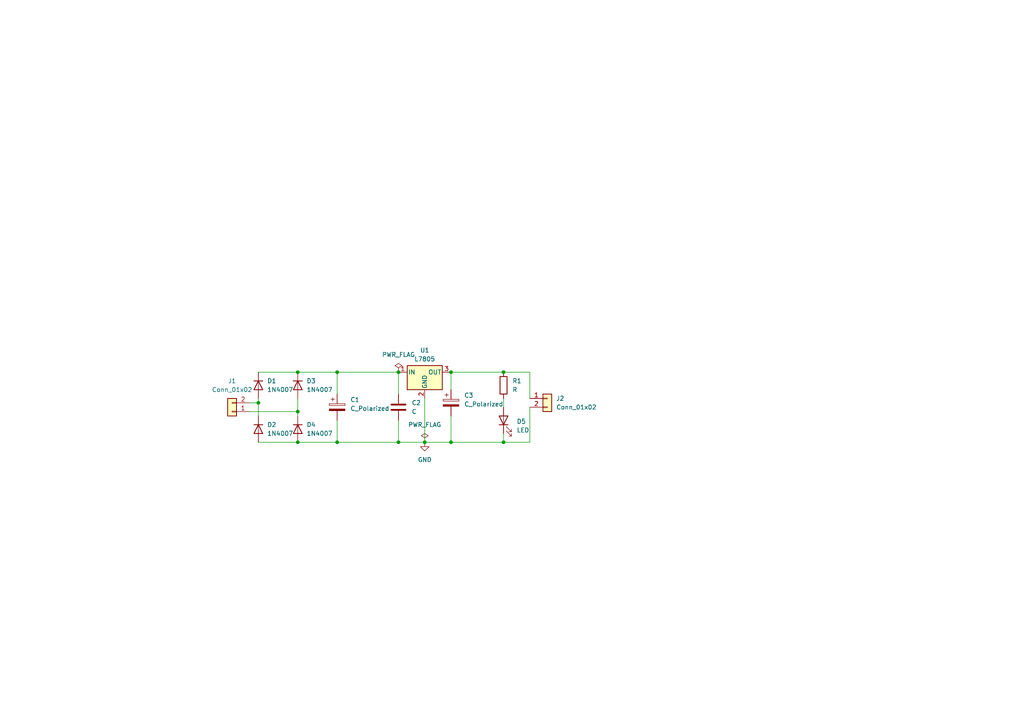
<source format=kicad_sch>
(kicad_sch
	(version 20250114)
	(generator "eeschema")
	(generator_version "9.0")
	(uuid "ebbca52a-6bd3-4d51-bf2d-7b9025073f5d")
	(paper "A4")
	(lib_symbols
		(symbol "Connector_Generic:Conn_01x02"
			(pin_names
				(offset 1.016)
				(hide yes)
			)
			(exclude_from_sim no)
			(in_bom yes)
			(on_board yes)
			(property "Reference" "J"
				(at 0 2.54 0)
				(effects
					(font
						(size 1.27 1.27)
					)
				)
			)
			(property "Value" "Conn_01x02"
				(at 0 -5.08 0)
				(effects
					(font
						(size 1.27 1.27)
					)
				)
			)
			(property "Footprint" ""
				(at 0 0 0)
				(effects
					(font
						(size 1.27 1.27)
					)
					(hide yes)
				)
			)
			(property "Datasheet" "~"
				(at 0 0 0)
				(effects
					(font
						(size 1.27 1.27)
					)
					(hide yes)
				)
			)
			(property "Description" "Generic connector, single row, 01x02, script generated (kicad-library-utils/schlib/autogen/connector/)"
				(at 0 0 0)
				(effects
					(font
						(size 1.27 1.27)
					)
					(hide yes)
				)
			)
			(property "ki_keywords" "connector"
				(at 0 0 0)
				(effects
					(font
						(size 1.27 1.27)
					)
					(hide yes)
				)
			)
			(property "ki_fp_filters" "Connector*:*_1x??_*"
				(at 0 0 0)
				(effects
					(font
						(size 1.27 1.27)
					)
					(hide yes)
				)
			)
			(symbol "Conn_01x02_1_1"
				(rectangle
					(start -1.27 1.27)
					(end 1.27 -3.81)
					(stroke
						(width 0.254)
						(type default)
					)
					(fill
						(type background)
					)
				)
				(rectangle
					(start -1.27 0.127)
					(end 0 -0.127)
					(stroke
						(width 0.1524)
						(type default)
					)
					(fill
						(type none)
					)
				)
				(rectangle
					(start -1.27 -2.413)
					(end 0 -2.667)
					(stroke
						(width 0.1524)
						(type default)
					)
					(fill
						(type none)
					)
				)
				(pin passive line
					(at -5.08 0 0)
					(length 3.81)
					(name "Pin_1"
						(effects
							(font
								(size 1.27 1.27)
							)
						)
					)
					(number "1"
						(effects
							(font
								(size 1.27 1.27)
							)
						)
					)
				)
				(pin passive line
					(at -5.08 -2.54 0)
					(length 3.81)
					(name "Pin_2"
						(effects
							(font
								(size 1.27 1.27)
							)
						)
					)
					(number "2"
						(effects
							(font
								(size 1.27 1.27)
							)
						)
					)
				)
			)
			(embedded_fonts no)
		)
		(symbol "Device:C"
			(pin_numbers
				(hide yes)
			)
			(pin_names
				(offset 0.254)
			)
			(exclude_from_sim no)
			(in_bom yes)
			(on_board yes)
			(property "Reference" "C"
				(at 0.635 2.54 0)
				(effects
					(font
						(size 1.27 1.27)
					)
					(justify left)
				)
			)
			(property "Value" "C"
				(at 0.635 -2.54 0)
				(effects
					(font
						(size 1.27 1.27)
					)
					(justify left)
				)
			)
			(property "Footprint" ""
				(at 0.9652 -3.81 0)
				(effects
					(font
						(size 1.27 1.27)
					)
					(hide yes)
				)
			)
			(property "Datasheet" "~"
				(at 0 0 0)
				(effects
					(font
						(size 1.27 1.27)
					)
					(hide yes)
				)
			)
			(property "Description" "Unpolarized capacitor"
				(at 0 0 0)
				(effects
					(font
						(size 1.27 1.27)
					)
					(hide yes)
				)
			)
			(property "ki_keywords" "cap capacitor"
				(at 0 0 0)
				(effects
					(font
						(size 1.27 1.27)
					)
					(hide yes)
				)
			)
			(property "ki_fp_filters" "C_*"
				(at 0 0 0)
				(effects
					(font
						(size 1.27 1.27)
					)
					(hide yes)
				)
			)
			(symbol "C_0_1"
				(polyline
					(pts
						(xy -2.032 0.762) (xy 2.032 0.762)
					)
					(stroke
						(width 0.508)
						(type default)
					)
					(fill
						(type none)
					)
				)
				(polyline
					(pts
						(xy -2.032 -0.762) (xy 2.032 -0.762)
					)
					(stroke
						(width 0.508)
						(type default)
					)
					(fill
						(type none)
					)
				)
			)
			(symbol "C_1_1"
				(pin passive line
					(at 0 3.81 270)
					(length 2.794)
					(name "~"
						(effects
							(font
								(size 1.27 1.27)
							)
						)
					)
					(number "1"
						(effects
							(font
								(size 1.27 1.27)
							)
						)
					)
				)
				(pin passive line
					(at 0 -3.81 90)
					(length 2.794)
					(name "~"
						(effects
							(font
								(size 1.27 1.27)
							)
						)
					)
					(number "2"
						(effects
							(font
								(size 1.27 1.27)
							)
						)
					)
				)
			)
			(embedded_fonts no)
		)
		(symbol "Device:C_Polarized"
			(pin_numbers
				(hide yes)
			)
			(pin_names
				(offset 0.254)
			)
			(exclude_from_sim no)
			(in_bom yes)
			(on_board yes)
			(property "Reference" "C"
				(at 0.635 2.54 0)
				(effects
					(font
						(size 1.27 1.27)
					)
					(justify left)
				)
			)
			(property "Value" "C_Polarized"
				(at 0.635 -2.54 0)
				(effects
					(font
						(size 1.27 1.27)
					)
					(justify left)
				)
			)
			(property "Footprint" ""
				(at 0.9652 -3.81 0)
				(effects
					(font
						(size 1.27 1.27)
					)
					(hide yes)
				)
			)
			(property "Datasheet" "~"
				(at 0 0 0)
				(effects
					(font
						(size 1.27 1.27)
					)
					(hide yes)
				)
			)
			(property "Description" "Polarized capacitor"
				(at 0 0 0)
				(effects
					(font
						(size 1.27 1.27)
					)
					(hide yes)
				)
			)
			(property "ki_keywords" "cap capacitor"
				(at 0 0 0)
				(effects
					(font
						(size 1.27 1.27)
					)
					(hide yes)
				)
			)
			(property "ki_fp_filters" "CP_*"
				(at 0 0 0)
				(effects
					(font
						(size 1.27 1.27)
					)
					(hide yes)
				)
			)
			(symbol "C_Polarized_0_1"
				(rectangle
					(start -2.286 0.508)
					(end 2.286 1.016)
					(stroke
						(width 0)
						(type default)
					)
					(fill
						(type none)
					)
				)
				(polyline
					(pts
						(xy -1.778 2.286) (xy -0.762 2.286)
					)
					(stroke
						(width 0)
						(type default)
					)
					(fill
						(type none)
					)
				)
				(polyline
					(pts
						(xy -1.27 2.794) (xy -1.27 1.778)
					)
					(stroke
						(width 0)
						(type default)
					)
					(fill
						(type none)
					)
				)
				(rectangle
					(start 2.286 -0.508)
					(end -2.286 -1.016)
					(stroke
						(width 0)
						(type default)
					)
					(fill
						(type outline)
					)
				)
			)
			(symbol "C_Polarized_1_1"
				(pin passive line
					(at 0 3.81 270)
					(length 2.794)
					(name "~"
						(effects
							(font
								(size 1.27 1.27)
							)
						)
					)
					(number "1"
						(effects
							(font
								(size 1.27 1.27)
							)
						)
					)
				)
				(pin passive line
					(at 0 -3.81 90)
					(length 2.794)
					(name "~"
						(effects
							(font
								(size 1.27 1.27)
							)
						)
					)
					(number "2"
						(effects
							(font
								(size 1.27 1.27)
							)
						)
					)
				)
			)
			(embedded_fonts no)
		)
		(symbol "Device:LED"
			(pin_numbers
				(hide yes)
			)
			(pin_names
				(offset 1.016)
				(hide yes)
			)
			(exclude_from_sim no)
			(in_bom yes)
			(on_board yes)
			(property "Reference" "D"
				(at 0 2.54 0)
				(effects
					(font
						(size 1.27 1.27)
					)
				)
			)
			(property "Value" "LED"
				(at 0 -2.54 0)
				(effects
					(font
						(size 1.27 1.27)
					)
				)
			)
			(property "Footprint" ""
				(at 0 0 0)
				(effects
					(font
						(size 1.27 1.27)
					)
					(hide yes)
				)
			)
			(property "Datasheet" "~"
				(at 0 0 0)
				(effects
					(font
						(size 1.27 1.27)
					)
					(hide yes)
				)
			)
			(property "Description" "Light emitting diode"
				(at 0 0 0)
				(effects
					(font
						(size 1.27 1.27)
					)
					(hide yes)
				)
			)
			(property "Sim.Pins" "1=K 2=A"
				(at 0 0 0)
				(effects
					(font
						(size 1.27 1.27)
					)
					(hide yes)
				)
			)
			(property "ki_keywords" "LED diode"
				(at 0 0 0)
				(effects
					(font
						(size 1.27 1.27)
					)
					(hide yes)
				)
			)
			(property "ki_fp_filters" "LED* LED_SMD:* LED_THT:*"
				(at 0 0 0)
				(effects
					(font
						(size 1.27 1.27)
					)
					(hide yes)
				)
			)
			(symbol "LED_0_1"
				(polyline
					(pts
						(xy -3.048 -0.762) (xy -4.572 -2.286) (xy -3.81 -2.286) (xy -4.572 -2.286) (xy -4.572 -1.524)
					)
					(stroke
						(width 0)
						(type default)
					)
					(fill
						(type none)
					)
				)
				(polyline
					(pts
						(xy -1.778 -0.762) (xy -3.302 -2.286) (xy -2.54 -2.286) (xy -3.302 -2.286) (xy -3.302 -1.524)
					)
					(stroke
						(width 0)
						(type default)
					)
					(fill
						(type none)
					)
				)
				(polyline
					(pts
						(xy -1.27 0) (xy 1.27 0)
					)
					(stroke
						(width 0)
						(type default)
					)
					(fill
						(type none)
					)
				)
				(polyline
					(pts
						(xy -1.27 -1.27) (xy -1.27 1.27)
					)
					(stroke
						(width 0.254)
						(type default)
					)
					(fill
						(type none)
					)
				)
				(polyline
					(pts
						(xy 1.27 -1.27) (xy 1.27 1.27) (xy -1.27 0) (xy 1.27 -1.27)
					)
					(stroke
						(width 0.254)
						(type default)
					)
					(fill
						(type none)
					)
				)
			)
			(symbol "LED_1_1"
				(pin passive line
					(at -3.81 0 0)
					(length 2.54)
					(name "K"
						(effects
							(font
								(size 1.27 1.27)
							)
						)
					)
					(number "1"
						(effects
							(font
								(size 1.27 1.27)
							)
						)
					)
				)
				(pin passive line
					(at 3.81 0 180)
					(length 2.54)
					(name "A"
						(effects
							(font
								(size 1.27 1.27)
							)
						)
					)
					(number "2"
						(effects
							(font
								(size 1.27 1.27)
							)
						)
					)
				)
			)
			(embedded_fonts no)
		)
		(symbol "Device:R"
			(pin_numbers
				(hide yes)
			)
			(pin_names
				(offset 0)
			)
			(exclude_from_sim no)
			(in_bom yes)
			(on_board yes)
			(property "Reference" "R"
				(at 2.032 0 90)
				(effects
					(font
						(size 1.27 1.27)
					)
				)
			)
			(property "Value" "R"
				(at 0 0 90)
				(effects
					(font
						(size 1.27 1.27)
					)
				)
			)
			(property "Footprint" ""
				(at -1.778 0 90)
				(effects
					(font
						(size 1.27 1.27)
					)
					(hide yes)
				)
			)
			(property "Datasheet" "~"
				(at 0 0 0)
				(effects
					(font
						(size 1.27 1.27)
					)
					(hide yes)
				)
			)
			(property "Description" "Resistor"
				(at 0 0 0)
				(effects
					(font
						(size 1.27 1.27)
					)
					(hide yes)
				)
			)
			(property "ki_keywords" "R res resistor"
				(at 0 0 0)
				(effects
					(font
						(size 1.27 1.27)
					)
					(hide yes)
				)
			)
			(property "ki_fp_filters" "R_*"
				(at 0 0 0)
				(effects
					(font
						(size 1.27 1.27)
					)
					(hide yes)
				)
			)
			(symbol "R_0_1"
				(rectangle
					(start -1.016 -2.54)
					(end 1.016 2.54)
					(stroke
						(width 0.254)
						(type default)
					)
					(fill
						(type none)
					)
				)
			)
			(symbol "R_1_1"
				(pin passive line
					(at 0 3.81 270)
					(length 1.27)
					(name "~"
						(effects
							(font
								(size 1.27 1.27)
							)
						)
					)
					(number "1"
						(effects
							(font
								(size 1.27 1.27)
							)
						)
					)
				)
				(pin passive line
					(at 0 -3.81 90)
					(length 1.27)
					(name "~"
						(effects
							(font
								(size 1.27 1.27)
							)
						)
					)
					(number "2"
						(effects
							(font
								(size 1.27 1.27)
							)
						)
					)
				)
			)
			(embedded_fonts no)
		)
		(symbol "Diode:1N4007"
			(pin_numbers
				(hide yes)
			)
			(pin_names
				(hide yes)
			)
			(exclude_from_sim no)
			(in_bom yes)
			(on_board yes)
			(property "Reference" "D"
				(at 0 2.54 0)
				(effects
					(font
						(size 1.27 1.27)
					)
				)
			)
			(property "Value" "1N4007"
				(at 0 -2.54 0)
				(effects
					(font
						(size 1.27 1.27)
					)
				)
			)
			(property "Footprint" "Diode_THT:D_DO-41_SOD81_P10.16mm_Horizontal"
				(at 0 -4.445 0)
				(effects
					(font
						(size 1.27 1.27)
					)
					(hide yes)
				)
			)
			(property "Datasheet" "http://www.vishay.com/docs/88503/1n4001.pdf"
				(at 0 0 0)
				(effects
					(font
						(size 1.27 1.27)
					)
					(hide yes)
				)
			)
			(property "Description" "1000V 1A General Purpose Rectifier Diode, DO-41"
				(at 0 0 0)
				(effects
					(font
						(size 1.27 1.27)
					)
					(hide yes)
				)
			)
			(property "Sim.Device" "D"
				(at 0 0 0)
				(effects
					(font
						(size 1.27 1.27)
					)
					(hide yes)
				)
			)
			(property "Sim.Pins" "1=K 2=A"
				(at 0 0 0)
				(effects
					(font
						(size 1.27 1.27)
					)
					(hide yes)
				)
			)
			(property "ki_keywords" "diode"
				(at 0 0 0)
				(effects
					(font
						(size 1.27 1.27)
					)
					(hide yes)
				)
			)
			(property "ki_fp_filters" "D*DO?41*"
				(at 0 0 0)
				(effects
					(font
						(size 1.27 1.27)
					)
					(hide yes)
				)
			)
			(symbol "1N4007_0_1"
				(polyline
					(pts
						(xy -1.27 1.27) (xy -1.27 -1.27)
					)
					(stroke
						(width 0.254)
						(type default)
					)
					(fill
						(type none)
					)
				)
				(polyline
					(pts
						(xy 1.27 1.27) (xy 1.27 -1.27) (xy -1.27 0) (xy 1.27 1.27)
					)
					(stroke
						(width 0.254)
						(type default)
					)
					(fill
						(type none)
					)
				)
				(polyline
					(pts
						(xy 1.27 0) (xy -1.27 0)
					)
					(stroke
						(width 0)
						(type default)
					)
					(fill
						(type none)
					)
				)
			)
			(symbol "1N4007_1_1"
				(pin passive line
					(at -3.81 0 0)
					(length 2.54)
					(name "K"
						(effects
							(font
								(size 1.27 1.27)
							)
						)
					)
					(number "1"
						(effects
							(font
								(size 1.27 1.27)
							)
						)
					)
				)
				(pin passive line
					(at 3.81 0 180)
					(length 2.54)
					(name "A"
						(effects
							(font
								(size 1.27 1.27)
							)
						)
					)
					(number "2"
						(effects
							(font
								(size 1.27 1.27)
							)
						)
					)
				)
			)
			(embedded_fonts no)
		)
		(symbol "Regulator_Linear:L7805"
			(pin_names
				(offset 0.254)
			)
			(exclude_from_sim no)
			(in_bom yes)
			(on_board yes)
			(property "Reference" "U"
				(at -3.81 3.175 0)
				(effects
					(font
						(size 1.27 1.27)
					)
				)
			)
			(property "Value" "L7805"
				(at 0 3.175 0)
				(effects
					(font
						(size 1.27 1.27)
					)
					(justify left)
				)
			)
			(property "Footprint" ""
				(at 0.635 -3.81 0)
				(effects
					(font
						(size 1.27 1.27)
						(italic yes)
					)
					(justify left)
					(hide yes)
				)
			)
			(property "Datasheet" "http://www.st.com/content/ccc/resource/technical/document/datasheet/41/4f/b3/b0/12/d4/47/88/CD00000444.pdf/files/CD00000444.pdf/jcr:content/translations/en.CD00000444.pdf"
				(at 0 -1.27 0)
				(effects
					(font
						(size 1.27 1.27)
					)
					(hide yes)
				)
			)
			(property "Description" "Positive 1.5A 35V Linear Regulator, Fixed Output 5V, TO-220/TO-263/TO-252"
				(at 0 0 0)
				(effects
					(font
						(size 1.27 1.27)
					)
					(hide yes)
				)
			)
			(property "ki_keywords" "Voltage Regulator 1.5A Positive"
				(at 0 0 0)
				(effects
					(font
						(size 1.27 1.27)
					)
					(hide yes)
				)
			)
			(property "ki_fp_filters" "TO?252* TO?263* TO?220*"
				(at 0 0 0)
				(effects
					(font
						(size 1.27 1.27)
					)
					(hide yes)
				)
			)
			(symbol "L7805_0_1"
				(rectangle
					(start -5.08 1.905)
					(end 5.08 -5.08)
					(stroke
						(width 0.254)
						(type default)
					)
					(fill
						(type background)
					)
				)
			)
			(symbol "L7805_1_1"
				(pin power_in line
					(at -7.62 0 0)
					(length 2.54)
					(name "IN"
						(effects
							(font
								(size 1.27 1.27)
							)
						)
					)
					(number "1"
						(effects
							(font
								(size 1.27 1.27)
							)
						)
					)
				)
				(pin power_in line
					(at 0 -7.62 90)
					(length 2.54)
					(name "GND"
						(effects
							(font
								(size 1.27 1.27)
							)
						)
					)
					(number "2"
						(effects
							(font
								(size 1.27 1.27)
							)
						)
					)
				)
				(pin power_out line
					(at 7.62 0 180)
					(length 2.54)
					(name "OUT"
						(effects
							(font
								(size 1.27 1.27)
							)
						)
					)
					(number "3"
						(effects
							(font
								(size 1.27 1.27)
							)
						)
					)
				)
			)
			(embedded_fonts no)
		)
		(symbol "power:GND"
			(power)
			(pin_numbers
				(hide yes)
			)
			(pin_names
				(offset 0)
				(hide yes)
			)
			(exclude_from_sim no)
			(in_bom yes)
			(on_board yes)
			(property "Reference" "#PWR"
				(at 0 -6.35 0)
				(effects
					(font
						(size 1.27 1.27)
					)
					(hide yes)
				)
			)
			(property "Value" "GND"
				(at 0 -3.81 0)
				(effects
					(font
						(size 1.27 1.27)
					)
				)
			)
			(property "Footprint" ""
				(at 0 0 0)
				(effects
					(font
						(size 1.27 1.27)
					)
					(hide yes)
				)
			)
			(property "Datasheet" ""
				(at 0 0 0)
				(effects
					(font
						(size 1.27 1.27)
					)
					(hide yes)
				)
			)
			(property "Description" "Power symbol creates a global label with name \"GND\" , ground"
				(at 0 0 0)
				(effects
					(font
						(size 1.27 1.27)
					)
					(hide yes)
				)
			)
			(property "ki_keywords" "global power"
				(at 0 0 0)
				(effects
					(font
						(size 1.27 1.27)
					)
					(hide yes)
				)
			)
			(symbol "GND_0_1"
				(polyline
					(pts
						(xy 0 0) (xy 0 -1.27) (xy 1.27 -1.27) (xy 0 -2.54) (xy -1.27 -1.27) (xy 0 -1.27)
					)
					(stroke
						(width 0)
						(type default)
					)
					(fill
						(type none)
					)
				)
			)
			(symbol "GND_1_1"
				(pin power_in line
					(at 0 0 270)
					(length 0)
					(name "~"
						(effects
							(font
								(size 1.27 1.27)
							)
						)
					)
					(number "1"
						(effects
							(font
								(size 1.27 1.27)
							)
						)
					)
				)
			)
			(embedded_fonts no)
		)
		(symbol "power:PWR_FLAG"
			(power)
			(pin_numbers
				(hide yes)
			)
			(pin_names
				(offset 0)
				(hide yes)
			)
			(exclude_from_sim no)
			(in_bom yes)
			(on_board yes)
			(property "Reference" "#FLG"
				(at 0 1.905 0)
				(effects
					(font
						(size 1.27 1.27)
					)
					(hide yes)
				)
			)
			(property "Value" "PWR_FLAG"
				(at 0 3.81 0)
				(effects
					(font
						(size 1.27 1.27)
					)
				)
			)
			(property "Footprint" ""
				(at 0 0 0)
				(effects
					(font
						(size 1.27 1.27)
					)
					(hide yes)
				)
			)
			(property "Datasheet" "~"
				(at 0 0 0)
				(effects
					(font
						(size 1.27 1.27)
					)
					(hide yes)
				)
			)
			(property "Description" "Special symbol for telling ERC where power comes from"
				(at 0 0 0)
				(effects
					(font
						(size 1.27 1.27)
					)
					(hide yes)
				)
			)
			(property "ki_keywords" "flag power"
				(at 0 0 0)
				(effects
					(font
						(size 1.27 1.27)
					)
					(hide yes)
				)
			)
			(symbol "PWR_FLAG_0_0"
				(pin power_out line
					(at 0 0 90)
					(length 0)
					(name "~"
						(effects
							(font
								(size 1.27 1.27)
							)
						)
					)
					(number "1"
						(effects
							(font
								(size 1.27 1.27)
							)
						)
					)
				)
			)
			(symbol "PWR_FLAG_0_1"
				(polyline
					(pts
						(xy 0 0) (xy 0 1.27) (xy -1.016 1.905) (xy 0 2.54) (xy 1.016 1.905) (xy 0 1.27)
					)
					(stroke
						(width 0)
						(type default)
					)
					(fill
						(type none)
					)
				)
			)
			(embedded_fonts no)
		)
	)
	(junction
		(at 97.79 107.95)
		(diameter 0)
		(color 0 0 0 0)
		(uuid "1ae9ab43-0472-4756-a057-d95e504e454c")
	)
	(junction
		(at 86.36 107.95)
		(diameter 0)
		(color 0 0 0 0)
		(uuid "29fe5ae0-270f-4210-9bbc-2fd6158beb2a")
	)
	(junction
		(at 86.36 119.38)
		(diameter 0)
		(color 0 0 0 0)
		(uuid "47b07242-c30c-4780-88b7-17196c02db2b")
	)
	(junction
		(at 97.79 128.27)
		(diameter 0)
		(color 0 0 0 0)
		(uuid "4abafc10-ad46-4938-bb3c-ef035d19be9b")
	)
	(junction
		(at 130.81 128.27)
		(diameter 0)
		(color 0 0 0 0)
		(uuid "4da8a754-4872-4904-8cb8-175049728a2b")
	)
	(junction
		(at 146.05 107.95)
		(diameter 0)
		(color 0 0 0 0)
		(uuid "50c21ba7-acd8-4e36-bbaa-56ec8a329f4a")
	)
	(junction
		(at 74.93 116.84)
		(diameter 0)
		(color 0 0 0 0)
		(uuid "53b79adf-352a-43c0-a8c2-d976b1a29eef")
	)
	(junction
		(at 130.81 107.95)
		(diameter 0)
		(color 0 0 0 0)
		(uuid "5480595f-e37d-4c8c-849a-51e858a02974")
	)
	(junction
		(at 115.57 128.27)
		(diameter 0)
		(color 0 0 0 0)
		(uuid "6ecf3dd3-893a-4c12-9c08-838134f5459d")
	)
	(junction
		(at 115.57 107.95)
		(diameter 0)
		(color 0 0 0 0)
		(uuid "753d5e6e-518c-4b21-a211-f5b09a8a02c7")
	)
	(junction
		(at 146.05 128.27)
		(diameter 0)
		(color 0 0 0 0)
		(uuid "79f93d72-eded-41a1-a058-23b7bdb23cb0")
	)
	(junction
		(at 86.36 128.27)
		(diameter 0)
		(color 0 0 0 0)
		(uuid "e8aaa01f-85aa-40e0-b957-3713a92cb8fe")
	)
	(junction
		(at 123.19 128.27)
		(diameter 0)
		(color 0 0 0 0)
		(uuid "edb4fe57-17a7-42d4-937a-7de2fd5491b4")
	)
	(wire
		(pts
			(xy 115.57 107.95) (xy 115.57 114.3)
		)
		(stroke
			(width 0)
			(type default)
		)
		(uuid "0affae50-c0e6-4132-a679-a1a5f255fd4e")
	)
	(wire
		(pts
			(xy 146.05 107.95) (xy 153.67 107.95)
		)
		(stroke
			(width 0)
			(type default)
		)
		(uuid "0e921721-fd51-4f44-bdd6-5ab9f1348a1e")
	)
	(wire
		(pts
			(xy 115.57 121.92) (xy 115.57 128.27)
		)
		(stroke
			(width 0)
			(type default)
		)
		(uuid "142ad9fb-48d1-4a25-b305-32e344998b2a")
	)
	(wire
		(pts
			(xy 153.67 115.57) (xy 153.67 107.95)
		)
		(stroke
			(width 0)
			(type default)
		)
		(uuid "14e03bfe-087c-4493-824b-e5bf6f1fc2d1")
	)
	(wire
		(pts
			(xy 86.36 107.95) (xy 97.79 107.95)
		)
		(stroke
			(width 0)
			(type default)
		)
		(uuid "23f581c2-9734-4c2a-9441-be7d845a5d1d")
	)
	(wire
		(pts
			(xy 123.19 128.27) (xy 130.81 128.27)
		)
		(stroke
			(width 0)
			(type default)
		)
		(uuid "293fcdcf-633a-446f-a731-b7eea77adfe6")
	)
	(wire
		(pts
			(xy 146.05 115.57) (xy 146.05 118.11)
		)
		(stroke
			(width 0)
			(type default)
		)
		(uuid "2a913792-5346-408d-b0b0-a57ad5c0a887")
	)
	(wire
		(pts
			(xy 115.57 128.27) (xy 123.19 128.27)
		)
		(stroke
			(width 0)
			(type default)
		)
		(uuid "312e5506-da7d-46f0-b291-021b1a084d3f")
	)
	(wire
		(pts
			(xy 74.93 107.95) (xy 86.36 107.95)
		)
		(stroke
			(width 0)
			(type default)
		)
		(uuid "3f4ed62a-b305-4c8a-a641-fa13286c799f")
	)
	(wire
		(pts
			(xy 86.36 128.27) (xy 97.79 128.27)
		)
		(stroke
			(width 0)
			(type default)
		)
		(uuid "4c6438db-9d78-4fb5-b0f7-107a680ba993")
	)
	(wire
		(pts
			(xy 74.93 115.57) (xy 74.93 116.84)
		)
		(stroke
			(width 0)
			(type default)
		)
		(uuid "569b38e2-f900-4a92-ac18-894b34352877")
	)
	(wire
		(pts
			(xy 153.67 128.27) (xy 146.05 128.27)
		)
		(stroke
			(width 0)
			(type default)
		)
		(uuid "5c426570-e2c5-4a65-b2bf-cb168cb9aed6")
	)
	(wire
		(pts
			(xy 74.93 116.84) (xy 74.93 120.65)
		)
		(stroke
			(width 0)
			(type default)
		)
		(uuid "5d3e1b45-c81b-4a86-853c-4349f2254630")
	)
	(wire
		(pts
			(xy 97.79 107.95) (xy 97.79 114.3)
		)
		(stroke
			(width 0)
			(type default)
		)
		(uuid "729cfd15-51ee-4ea0-ab61-c70f8991c71c")
	)
	(wire
		(pts
			(xy 72.39 116.84) (xy 74.93 116.84)
		)
		(stroke
			(width 0)
			(type default)
		)
		(uuid "9319db4a-2a56-481f-8c8f-863760ef5c6c")
	)
	(wire
		(pts
			(xy 97.79 107.95) (xy 115.57 107.95)
		)
		(stroke
			(width 0)
			(type default)
		)
		(uuid "93bf3a37-4fd1-426e-abb9-0d19fec2c82b")
	)
	(wire
		(pts
			(xy 130.81 120.65) (xy 130.81 128.27)
		)
		(stroke
			(width 0)
			(type default)
		)
		(uuid "a00e7c43-e1c2-4a6b-ac38-088a844f2852")
	)
	(wire
		(pts
			(xy 97.79 121.92) (xy 97.79 128.27)
		)
		(stroke
			(width 0)
			(type default)
		)
		(uuid "befe26a7-ef16-4561-8926-9128152b2e63")
	)
	(wire
		(pts
			(xy 130.81 128.27) (xy 146.05 128.27)
		)
		(stroke
			(width 0)
			(type default)
		)
		(uuid "ca11c8e7-413e-448b-b01b-7056dc36c6f5")
	)
	(wire
		(pts
			(xy 130.81 107.95) (xy 130.81 113.03)
		)
		(stroke
			(width 0)
			(type default)
		)
		(uuid "e38a7718-da20-450d-9c09-2f75229f50e0")
	)
	(wire
		(pts
			(xy 130.81 107.95) (xy 146.05 107.95)
		)
		(stroke
			(width 0)
			(type default)
		)
		(uuid "e67374e9-d219-4801-9070-e3f77763c399")
	)
	(wire
		(pts
			(xy 123.19 115.57) (xy 123.19 128.27)
		)
		(stroke
			(width 0)
			(type default)
		)
		(uuid "e74ca95f-7c9a-456d-9f3a-c12d21522cab")
	)
	(wire
		(pts
			(xy 72.39 119.38) (xy 86.36 119.38)
		)
		(stroke
			(width 0)
			(type default)
		)
		(uuid "eb4453f8-b8f9-4082-bcf2-91eb92b45d2f")
	)
	(wire
		(pts
			(xy 153.67 118.11) (xy 153.67 128.27)
		)
		(stroke
			(width 0)
			(type default)
		)
		(uuid "eb9fe15e-4e27-4420-b030-67947bcf7abc")
	)
	(wire
		(pts
			(xy 97.79 128.27) (xy 115.57 128.27)
		)
		(stroke
			(width 0)
			(type default)
		)
		(uuid "f50c6fcc-7ae2-4c83-9299-41121e3299fc")
	)
	(wire
		(pts
			(xy 74.93 128.27) (xy 86.36 128.27)
		)
		(stroke
			(width 0)
			(type default)
		)
		(uuid "f65199d6-7f60-43f9-97bf-c75a16ae1d6d")
	)
	(wire
		(pts
			(xy 86.36 115.57) (xy 86.36 119.38)
		)
		(stroke
			(width 0)
			(type default)
		)
		(uuid "f88f4503-a64d-4d50-94d0-ac2f53b9ae81")
	)
	(wire
		(pts
			(xy 146.05 125.73) (xy 146.05 128.27)
		)
		(stroke
			(width 0)
			(type default)
		)
		(uuid "fdb36632-9163-42a2-9bec-61dfab3feee6")
	)
	(wire
		(pts
			(xy 86.36 119.38) (xy 86.36 120.65)
		)
		(stroke
			(width 0)
			(type default)
		)
		(uuid "fdf72d57-643c-4ff8-9a0f-c84b3fe3fba2")
	)
	(symbol
		(lib_id "Regulator_Linear:L7805")
		(at 123.19 107.95 0)
		(unit 1)
		(exclude_from_sim no)
		(in_bom yes)
		(on_board yes)
		(dnp no)
		(fields_autoplaced yes)
		(uuid "01d0f484-c935-4d76-b162-df5b5761cf98")
		(property "Reference" "U1"
			(at 123.19 101.6 0)
			(effects
				(font
					(size 1.27 1.27)
				)
			)
		)
		(property "Value" "L7805"
			(at 123.19 104.14 0)
			(effects
				(font
					(size 1.27 1.27)
				)
			)
		)
		(property "Footprint" "Package_TO_SOT_THT:TO-220-3_Vertical"
			(at 123.825 111.76 0)
			(effects
				(font
					(size 1.27 1.27)
					(italic yes)
				)
				(justify left)
				(hide yes)
			)
		)
		(property "Datasheet" "http://www.st.com/content/ccc/resource/technical/document/datasheet/41/4f/b3/b0/12/d4/47/88/CD00000444.pdf/files/CD00000444.pdf/jcr:content/translations/en.CD00000444.pdf"
			(at 123.19 109.22 0)
			(effects
				(font
					(size 1.27 1.27)
				)
				(hide yes)
			)
		)
		(property "Description" "Positive 1.5A 35V Linear Regulator, Fixed Output 5V, TO-220/TO-263/TO-252"
			(at 123.19 107.95 0)
			(effects
				(font
					(size 1.27 1.27)
				)
				(hide yes)
			)
		)
		(pin "3"
			(uuid "026e5a83-eff8-4b89-95cc-2dc8db476486")
		)
		(pin "1"
			(uuid "2f6aced7-e8f0-4a76-b045-866a72dc0454")
		)
		(pin "2"
			(uuid "2bfd8af6-8acf-48f6-9f60-eac219c0aa52")
		)
		(instances
			(project ""
				(path "/ebbca52a-6bd3-4d51-bf2d-7b9025073f5d"
					(reference "U1")
					(unit 1)
				)
			)
		)
	)
	(symbol
		(lib_id "Diode:1N4007")
		(at 74.93 111.76 270)
		(unit 1)
		(exclude_from_sim no)
		(in_bom yes)
		(on_board yes)
		(dnp no)
		(fields_autoplaced yes)
		(uuid "081ed8a0-4916-419b-aa31-a9a7c169c597")
		(property "Reference" "D1"
			(at 77.47 110.4899 90)
			(effects
				(font
					(size 1.27 1.27)
				)
				(justify left)
			)
		)
		(property "Value" "1N4007"
			(at 77.47 113.0299 90)
			(effects
				(font
					(size 1.27 1.27)
				)
				(justify left)
			)
		)
		(property "Footprint" "Diode_THT:D_DO-41_SOD81_P10.16mm_Horizontal"
			(at 70.485 111.76 0)
			(effects
				(font
					(size 1.27 1.27)
				)
				(hide yes)
			)
		)
		(property "Datasheet" "http://www.vishay.com/docs/88503/1n4001.pdf"
			(at 74.93 111.76 0)
			(effects
				(font
					(size 1.27 1.27)
				)
				(hide yes)
			)
		)
		(property "Description" "1000V 1A General Purpose Rectifier Diode, DO-41"
			(at 74.93 111.76 0)
			(effects
				(font
					(size 1.27 1.27)
				)
				(hide yes)
			)
		)
		(property "Sim.Device" "D"
			(at 74.93 111.76 0)
			(effects
				(font
					(size 1.27 1.27)
				)
				(hide yes)
			)
		)
		(property "Sim.Pins" "1=K 2=A"
			(at 74.93 111.76 0)
			(effects
				(font
					(size 1.27 1.27)
				)
				(hide yes)
			)
		)
		(pin "2"
			(uuid "829a24da-68a8-4629-b13d-cf6cdd53b00e")
		)
		(pin "1"
			(uuid "0726acaf-ac38-4bed-8f16-d7cb5bbd4023")
		)
		(instances
			(project "24BEE1224"
				(path "/ebbca52a-6bd3-4d51-bf2d-7b9025073f5d"
					(reference "D1")
					(unit 1)
				)
			)
		)
	)
	(symbol
		(lib_id "Diode:1N4007")
		(at 74.93 124.46 270)
		(unit 1)
		(exclude_from_sim no)
		(in_bom yes)
		(on_board yes)
		(dnp no)
		(fields_autoplaced yes)
		(uuid "0ce786a4-9bb1-44bb-8f35-91e8cb068af1")
		(property "Reference" "D2"
			(at 77.47 123.1899 90)
			(effects
				(font
					(size 1.27 1.27)
				)
				(justify left)
			)
		)
		(property "Value" "1N4007"
			(at 77.47 125.7299 90)
			(effects
				(font
					(size 1.27 1.27)
				)
				(justify left)
			)
		)
		(property "Footprint" "Diode_THT:D_DO-41_SOD81_P10.16mm_Horizontal"
			(at 70.485 124.46 0)
			(effects
				(font
					(size 1.27 1.27)
				)
				(hide yes)
			)
		)
		(property "Datasheet" "http://www.vishay.com/docs/88503/1n4001.pdf"
			(at 74.93 124.46 0)
			(effects
				(font
					(size 1.27 1.27)
				)
				(hide yes)
			)
		)
		(property "Description" "1000V 1A General Purpose Rectifier Diode, DO-41"
			(at 74.93 124.46 0)
			(effects
				(font
					(size 1.27 1.27)
				)
				(hide yes)
			)
		)
		(property "Sim.Device" "D"
			(at 74.93 124.46 0)
			(effects
				(font
					(size 1.27 1.27)
				)
				(hide yes)
			)
		)
		(property "Sim.Pins" "1=K 2=A"
			(at 74.93 124.46 0)
			(effects
				(font
					(size 1.27 1.27)
				)
				(hide yes)
			)
		)
		(pin "2"
			(uuid "72451548-aa48-4cac-904d-5b874759a9ac")
		)
		(pin "1"
			(uuid "6baa4a53-56df-45ce-8d2a-604c1ba3a6cc")
		)
		(instances
			(project "24BEE1224"
				(path "/ebbca52a-6bd3-4d51-bf2d-7b9025073f5d"
					(reference "D2")
					(unit 1)
				)
			)
		)
	)
	(symbol
		(lib_id "Device:R")
		(at 146.05 111.76 180)
		(unit 1)
		(exclude_from_sim no)
		(in_bom yes)
		(on_board yes)
		(dnp no)
		(fields_autoplaced yes)
		(uuid "2a72d7bf-320f-4f7d-a0a3-3b473bc54f18")
		(property "Reference" "R1"
			(at 148.59 110.4899 0)
			(effects
				(font
					(size 1.27 1.27)
				)
				(justify right)
			)
		)
		(property "Value" "R"
			(at 148.59 113.0299 0)
			(effects
				(font
					(size 1.27 1.27)
				)
				(justify right)
			)
		)
		(property "Footprint" "Resistor_THT:R_Axial_DIN0411_L9.9mm_D3.6mm_P20.32mm_Horizontal"
			(at 147.828 111.76 90)
			(effects
				(font
					(size 1.27 1.27)
				)
				(hide yes)
			)
		)
		(property "Datasheet" "~"
			(at 146.05 111.76 0)
			(effects
				(font
					(size 1.27 1.27)
				)
				(hide yes)
			)
		)
		(property "Description" "Resistor"
			(at 146.05 111.76 0)
			(effects
				(font
					(size 1.27 1.27)
				)
				(hide yes)
			)
		)
		(pin "1"
			(uuid "28424e98-1807-4f8d-8258-c481b362ec25")
		)
		(pin "2"
			(uuid "e1b29435-d3f3-49d6-8378-bc3229ad9bd0")
		)
		(instances
			(project ""
				(path "/ebbca52a-6bd3-4d51-bf2d-7b9025073f5d"
					(reference "R1")
					(unit 1)
				)
			)
		)
	)
	(symbol
		(lib_id "Connector_Generic:Conn_01x02")
		(at 67.31 119.38 180)
		(unit 1)
		(exclude_from_sim no)
		(in_bom yes)
		(on_board yes)
		(dnp no)
		(fields_autoplaced yes)
		(uuid "2cf7a77c-922a-432a-a421-e7b3fc6cdec2")
		(property "Reference" "J1"
			(at 67.31 110.49 0)
			(effects
				(font
					(size 1.27 1.27)
				)
			)
		)
		(property "Value" "Conn_01x02"
			(at 67.31 113.03 0)
			(effects
				(font
					(size 1.27 1.27)
				)
			)
		)
		(property "Footprint" "TerminalBlock_Phoenix:TerminalBlock_Phoenix_MKDS-1,5-2_1x02_P5.00mm_Horizontal"
			(at 67.31 119.38 0)
			(effects
				(font
					(size 1.27 1.27)
				)
				(hide yes)
			)
		)
		(property "Datasheet" "~"
			(at 67.31 119.38 0)
			(effects
				(font
					(size 1.27 1.27)
				)
				(hide yes)
			)
		)
		(property "Description" "Generic connector, single row, 01x02, script generated (kicad-library-utils/schlib/autogen/connector/)"
			(at 67.31 119.38 0)
			(effects
				(font
					(size 1.27 1.27)
				)
				(hide yes)
			)
		)
		(pin "1"
			(uuid "d48d7b2f-c131-4cf4-bbee-3dc73db3edab")
		)
		(pin "2"
			(uuid "62af9ae1-574e-49df-b598-981e7c3433ad")
		)
		(instances
			(project ""
				(path "/ebbca52a-6bd3-4d51-bf2d-7b9025073f5d"
					(reference "J1")
					(unit 1)
				)
			)
		)
	)
	(symbol
		(lib_id "Diode:1N4007")
		(at 86.36 111.76 270)
		(unit 1)
		(exclude_from_sim no)
		(in_bom yes)
		(on_board yes)
		(dnp no)
		(fields_autoplaced yes)
		(uuid "2d00cb95-3ab1-4f62-8d05-fc98000bdad3")
		(property "Reference" "D3"
			(at 88.9 110.4899 90)
			(effects
				(font
					(size 1.27 1.27)
				)
				(justify left)
			)
		)
		(property "Value" "1N4007"
			(at 88.9 113.0299 90)
			(effects
				(font
					(size 1.27 1.27)
				)
				(justify left)
			)
		)
		(property "Footprint" "Diode_THT:D_DO-41_SOD81_P10.16mm_Horizontal"
			(at 81.915 111.76 0)
			(effects
				(font
					(size 1.27 1.27)
				)
				(hide yes)
			)
		)
		(property "Datasheet" "http://www.vishay.com/docs/88503/1n4001.pdf"
			(at 86.36 111.76 0)
			(effects
				(font
					(size 1.27 1.27)
				)
				(hide yes)
			)
		)
		(property "Description" "1000V 1A General Purpose Rectifier Diode, DO-41"
			(at 86.36 111.76 0)
			(effects
				(font
					(size 1.27 1.27)
				)
				(hide yes)
			)
		)
		(property "Sim.Device" "D"
			(at 86.36 111.76 0)
			(effects
				(font
					(size 1.27 1.27)
				)
				(hide yes)
			)
		)
		(property "Sim.Pins" "1=K 2=A"
			(at 86.36 111.76 0)
			(effects
				(font
					(size 1.27 1.27)
				)
				(hide yes)
			)
		)
		(pin "2"
			(uuid "ae7d2218-795d-4546-8d4d-488b813dbce7")
		)
		(pin "1"
			(uuid "5abb2404-a261-4495-b010-82f5c5e4f54b")
		)
		(instances
			(project ""
				(path "/ebbca52a-6bd3-4d51-bf2d-7b9025073f5d"
					(reference "D3")
					(unit 1)
				)
			)
		)
	)
	(symbol
		(lib_id "power:PWR_FLAG")
		(at 115.57 107.95 0)
		(unit 1)
		(exclude_from_sim no)
		(in_bom yes)
		(on_board yes)
		(dnp no)
		(fields_autoplaced yes)
		(uuid "2e96dff0-ac71-42d2-b08d-2800b41509ae")
		(property "Reference" "#FLG01"
			(at 115.57 106.045 0)
			(effects
				(font
					(size 1.27 1.27)
				)
				(hide yes)
			)
		)
		(property "Value" "PWR_FLAG"
			(at 115.57 102.87 0)
			(effects
				(font
					(size 1.27 1.27)
				)
			)
		)
		(property "Footprint" ""
			(at 115.57 107.95 0)
			(effects
				(font
					(size 1.27 1.27)
				)
				(hide yes)
			)
		)
		(property "Datasheet" "~"
			(at 115.57 107.95 0)
			(effects
				(font
					(size 1.27 1.27)
				)
				(hide yes)
			)
		)
		(property "Description" "Special symbol for telling ERC where power comes from"
			(at 115.57 107.95 0)
			(effects
				(font
					(size 1.27 1.27)
				)
				(hide yes)
			)
		)
		(pin "1"
			(uuid "f1014d31-f329-4f93-a52e-4bf78f6dd9af")
		)
		(instances
			(project ""
				(path "/ebbca52a-6bd3-4d51-bf2d-7b9025073f5d"
					(reference "#FLG01")
					(unit 1)
				)
			)
		)
	)
	(symbol
		(lib_id "Diode:1N4007")
		(at 86.36 124.46 270)
		(unit 1)
		(exclude_from_sim no)
		(in_bom yes)
		(on_board yes)
		(dnp no)
		(fields_autoplaced yes)
		(uuid "45c75140-33e2-4423-b345-cf33c4fec3c0")
		(property "Reference" "D4"
			(at 88.9 123.1899 90)
			(effects
				(font
					(size 1.27 1.27)
				)
				(justify left)
			)
		)
		(property "Value" "1N4007"
			(at 88.9 125.7299 90)
			(effects
				(font
					(size 1.27 1.27)
				)
				(justify left)
			)
		)
		(property "Footprint" "Diode_THT:D_DO-41_SOD81_P10.16mm_Horizontal"
			(at 81.915 124.46 0)
			(effects
				(font
					(size 1.27 1.27)
				)
				(hide yes)
			)
		)
		(property "Datasheet" "http://www.vishay.com/docs/88503/1n4001.pdf"
			(at 86.36 124.46 0)
			(effects
				(font
					(size 1.27 1.27)
				)
				(hide yes)
			)
		)
		(property "Description" "1000V 1A General Purpose Rectifier Diode, DO-41"
			(at 86.36 124.46 0)
			(effects
				(font
					(size 1.27 1.27)
				)
				(hide yes)
			)
		)
		(property "Sim.Device" "D"
			(at 86.36 124.46 0)
			(effects
				(font
					(size 1.27 1.27)
				)
				(hide yes)
			)
		)
		(property "Sim.Pins" "1=K 2=A"
			(at 86.36 124.46 0)
			(effects
				(font
					(size 1.27 1.27)
				)
				(hide yes)
			)
		)
		(pin "2"
			(uuid "a95e7c34-9be1-43e2-8e2f-03aa88e82740")
		)
		(pin "1"
			(uuid "e9d1f7b5-64d2-4ead-89cc-395ac02211bc")
		)
		(instances
			(project "24BEE1224"
				(path "/ebbca52a-6bd3-4d51-bf2d-7b9025073f5d"
					(reference "D4")
					(unit 1)
				)
			)
		)
	)
	(symbol
		(lib_id "power:GND")
		(at 123.19 128.27 0)
		(unit 1)
		(exclude_from_sim no)
		(in_bom yes)
		(on_board yes)
		(dnp no)
		(fields_autoplaced yes)
		(uuid "59585579-40e0-4b0f-b85c-a1f9a12119c2")
		(property "Reference" "#PWR01"
			(at 123.19 134.62 0)
			(effects
				(font
					(size 1.27 1.27)
				)
				(hide yes)
			)
		)
		(property "Value" "GND"
			(at 123.19 133.35 0)
			(effects
				(font
					(size 1.27 1.27)
				)
			)
		)
		(property "Footprint" ""
			(at 123.19 128.27 0)
			(effects
				(font
					(size 1.27 1.27)
				)
				(hide yes)
			)
		)
		(property "Datasheet" ""
			(at 123.19 128.27 0)
			(effects
				(font
					(size 1.27 1.27)
				)
				(hide yes)
			)
		)
		(property "Description" "Power symbol creates a global label with name \"GND\" , ground"
			(at 123.19 128.27 0)
			(effects
				(font
					(size 1.27 1.27)
				)
				(hide yes)
			)
		)
		(pin "1"
			(uuid "ba93b264-cdff-416d-b09c-779277085535")
		)
		(instances
			(project ""
				(path "/ebbca52a-6bd3-4d51-bf2d-7b9025073f5d"
					(reference "#PWR01")
					(unit 1)
				)
			)
		)
	)
	(symbol
		(lib_id "Device:C")
		(at 115.57 118.11 0)
		(unit 1)
		(exclude_from_sim no)
		(in_bom yes)
		(on_board yes)
		(dnp no)
		(fields_autoplaced yes)
		(uuid "5a6f7a02-c47a-48a5-9f91-4a4dc09025a9")
		(property "Reference" "C2"
			(at 119.38 116.8399 0)
			(effects
				(font
					(size 1.27 1.27)
				)
				(justify left)
			)
		)
		(property "Value" "C"
			(at 119.38 119.3799 0)
			(effects
				(font
					(size 1.27 1.27)
				)
				(justify left)
			)
		)
		(property "Footprint" "Capacitor_THT:C_Disc_D4.7mm_W2.5mm_P5.00mm"
			(at 116.5352 121.92 0)
			(effects
				(font
					(size 1.27 1.27)
				)
				(hide yes)
			)
		)
		(property "Datasheet" "~"
			(at 115.57 118.11 0)
			(effects
				(font
					(size 1.27 1.27)
				)
				(hide yes)
			)
		)
		(property "Description" "Unpolarized capacitor"
			(at 115.57 118.11 0)
			(effects
				(font
					(size 1.27 1.27)
				)
				(hide yes)
			)
		)
		(pin "1"
			(uuid "2b8553ee-a944-4daa-ac01-89baa60fb9b3")
		)
		(pin "2"
			(uuid "a4ae5203-f782-4e74-962c-581631f7e35c")
		)
		(instances
			(project ""
				(path "/ebbca52a-6bd3-4d51-bf2d-7b9025073f5d"
					(reference "C2")
					(unit 1)
				)
			)
		)
	)
	(symbol
		(lib_id "Connector_Generic:Conn_01x02")
		(at 158.75 115.57 0)
		(unit 1)
		(exclude_from_sim no)
		(in_bom yes)
		(on_board yes)
		(dnp no)
		(fields_autoplaced yes)
		(uuid "64f13ef2-b350-4622-817e-f56bb3b84e68")
		(property "Reference" "J2"
			(at 161.29 115.5699 0)
			(effects
				(font
					(size 1.27 1.27)
				)
				(justify left)
			)
		)
		(property "Value" "Conn_01x02"
			(at 161.29 118.1099 0)
			(effects
				(font
					(size 1.27 1.27)
				)
				(justify left)
			)
		)
		(property "Footprint" "TerminalBlock_Phoenix:TerminalBlock_Phoenix_MKDS-1,5-2_1x02_P5.00mm_Horizontal"
			(at 158.75 115.57 0)
			(effects
				(font
					(size 1.27 1.27)
				)
				(hide yes)
			)
		)
		(property "Datasheet" "~"
			(at 158.75 115.57 0)
			(effects
				(font
					(size 1.27 1.27)
				)
				(hide yes)
			)
		)
		(property "Description" "Generic connector, single row, 01x02, script generated (kicad-library-utils/schlib/autogen/connector/)"
			(at 158.75 115.57 0)
			(effects
				(font
					(size 1.27 1.27)
				)
				(hide yes)
			)
		)
		(pin "1"
			(uuid "bcd119f2-5216-4d36-a780-7e941d68a395")
		)
		(pin "2"
			(uuid "d9b746a2-bc73-45d3-a5e2-a6357d5c6e80")
		)
		(instances
			(project "24BEE1224"
				(path "/ebbca52a-6bd3-4d51-bf2d-7b9025073f5d"
					(reference "J2")
					(unit 1)
				)
			)
		)
	)
	(symbol
		(lib_id "power:PWR_FLAG")
		(at 123.19 128.27 0)
		(unit 1)
		(exclude_from_sim no)
		(in_bom yes)
		(on_board yes)
		(dnp no)
		(fields_autoplaced yes)
		(uuid "be296ddf-4070-46e9-b534-327609029f3b")
		(property "Reference" "#FLG02"
			(at 123.19 126.365 0)
			(effects
				(font
					(size 1.27 1.27)
				)
				(hide yes)
			)
		)
		(property "Value" "PWR_FLAG"
			(at 123.19 123.19 0)
			(effects
				(font
					(size 1.27 1.27)
				)
			)
		)
		(property "Footprint" ""
			(at 123.19 128.27 0)
			(effects
				(font
					(size 1.27 1.27)
				)
				(hide yes)
			)
		)
		(property "Datasheet" "~"
			(at 123.19 128.27 0)
			(effects
				(font
					(size 1.27 1.27)
				)
				(hide yes)
			)
		)
		(property "Description" "Special symbol for telling ERC where power comes from"
			(at 123.19 128.27 0)
			(effects
				(font
					(size 1.27 1.27)
				)
				(hide yes)
			)
		)
		(pin "1"
			(uuid "c1e68269-0a1a-4bf7-9530-d3c4e98d5f28")
		)
		(instances
			(project ""
				(path "/ebbca52a-6bd3-4d51-bf2d-7b9025073f5d"
					(reference "#FLG02")
					(unit 1)
				)
			)
		)
	)
	(symbol
		(lib_id "Device:C_Polarized")
		(at 130.81 116.84 0)
		(unit 1)
		(exclude_from_sim no)
		(in_bom yes)
		(on_board yes)
		(dnp no)
		(fields_autoplaced yes)
		(uuid "c19e9d9e-9773-4e96-a678-45986144eefb")
		(property "Reference" "C3"
			(at 134.62 114.6809 0)
			(effects
				(font
					(size 1.27 1.27)
				)
				(justify left)
			)
		)
		(property "Value" "C_Polarized"
			(at 134.62 117.2209 0)
			(effects
				(font
					(size 1.27 1.27)
				)
				(justify left)
			)
		)
		(property "Footprint" "Capacitor_THT:CP_Radial_D8.0mm_P5.00mm"
			(at 131.7752 120.65 0)
			(effects
				(font
					(size 1.27 1.27)
				)
				(hide yes)
			)
		)
		(property "Datasheet" "~"
			(at 130.81 116.84 0)
			(effects
				(font
					(size 1.27 1.27)
				)
				(hide yes)
			)
		)
		(property "Description" "Polarized capacitor"
			(at 130.81 116.84 0)
			(effects
				(font
					(size 1.27 1.27)
				)
				(hide yes)
			)
		)
		(pin "1"
			(uuid "0581bb40-210a-4cf6-8c64-f3fd5f684f0b")
		)
		(pin "2"
			(uuid "f1a60a49-ce50-4195-8265-030346321a1e")
		)
		(instances
			(project "24BEE1224"
				(path "/ebbca52a-6bd3-4d51-bf2d-7b9025073f5d"
					(reference "C3")
					(unit 1)
				)
			)
		)
	)
	(symbol
		(lib_id "Device:LED")
		(at 146.05 121.92 90)
		(unit 1)
		(exclude_from_sim no)
		(in_bom yes)
		(on_board yes)
		(dnp no)
		(fields_autoplaced yes)
		(uuid "d0766475-94fc-4a41-8d93-0a8943c0fbff")
		(property "Reference" "D5"
			(at 149.86 122.2374 90)
			(effects
				(font
					(size 1.27 1.27)
				)
				(justify right)
			)
		)
		(property "Value" "LED"
			(at 149.86 124.7774 90)
			(effects
				(font
					(size 1.27 1.27)
				)
				(justify right)
			)
		)
		(property "Footprint" "LED_THT:LED_D5.0mm_FlatTop"
			(at 146.05 121.92 0)
			(effects
				(font
					(size 1.27 1.27)
				)
				(hide yes)
			)
		)
		(property "Datasheet" "~"
			(at 146.05 121.92 0)
			(effects
				(font
					(size 1.27 1.27)
				)
				(hide yes)
			)
		)
		(property "Description" "Light emitting diode"
			(at 146.05 121.92 0)
			(effects
				(font
					(size 1.27 1.27)
				)
				(hide yes)
			)
		)
		(property "Sim.Pins" "1=K 2=A"
			(at 146.05 121.92 0)
			(effects
				(font
					(size 1.27 1.27)
				)
				(hide yes)
			)
		)
		(pin "1"
			(uuid "c0832f09-fb9d-4203-b8d7-6eca48c057c0")
		)
		(pin "2"
			(uuid "ad8c65fb-037f-4719-b641-3042a160ce90")
		)
		(instances
			(project ""
				(path "/ebbca52a-6bd3-4d51-bf2d-7b9025073f5d"
					(reference "D5")
					(unit 1)
				)
			)
		)
	)
	(symbol
		(lib_id "Device:C_Polarized")
		(at 97.79 118.11 0)
		(unit 1)
		(exclude_from_sim no)
		(in_bom yes)
		(on_board yes)
		(dnp no)
		(fields_autoplaced yes)
		(uuid "f401f47b-3e78-45e8-97bf-a5f64cbd38a4")
		(property "Reference" "C1"
			(at 101.6 115.9509 0)
			(effects
				(font
					(size 1.27 1.27)
				)
				(justify left)
			)
		)
		(property "Value" "C_Polarized"
			(at 101.6 118.4909 0)
			(effects
				(font
					(size 1.27 1.27)
				)
				(justify left)
			)
		)
		(property "Footprint" "Capacitor_THT:CP_Radial_D12.5mm_P5.00mm"
			(at 98.7552 121.92 0)
			(effects
				(font
					(size 1.27 1.27)
				)
				(hide yes)
			)
		)
		(property "Datasheet" "~"
			(at 97.79 118.11 0)
			(effects
				(font
					(size 1.27 1.27)
				)
				(hide yes)
			)
		)
		(property "Description" "Polarized capacitor"
			(at 97.79 118.11 0)
			(effects
				(font
					(size 1.27 1.27)
				)
				(hide yes)
			)
		)
		(pin "1"
			(uuid "013c504f-78e6-4128-b31a-002ba6b95fdf")
		)
		(pin "2"
			(uuid "90cebc7a-937e-4829-901f-a10255187d89")
		)
		(instances
			(project ""
				(path "/ebbca52a-6bd3-4d51-bf2d-7b9025073f5d"
					(reference "C1")
					(unit 1)
				)
			)
		)
	)
	(sheet_instances
		(path "/"
			(page "1")
		)
	)
	(embedded_fonts no)
)

</source>
